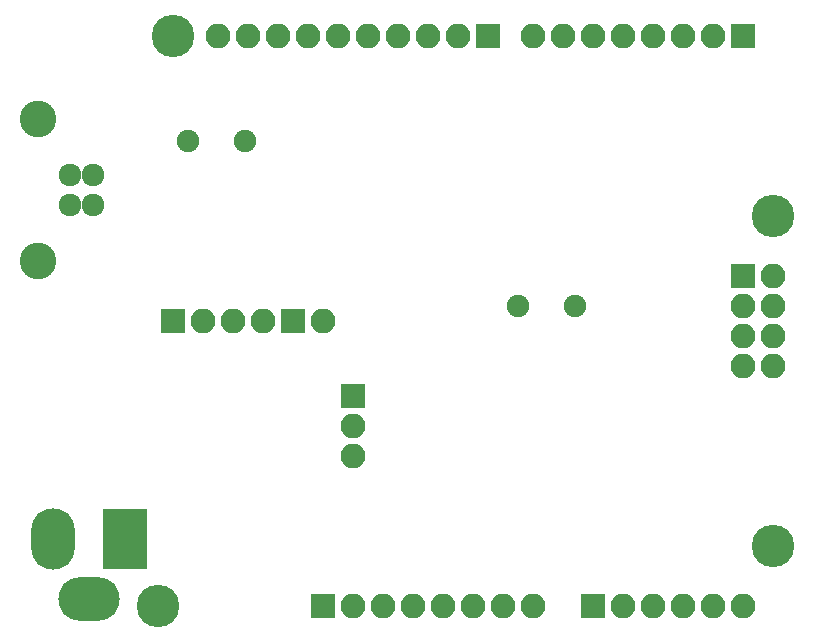
<source format=gbr>
G04 #@! TF.GenerationSoftware,KiCad,Pcbnew,5.1.5+dfsg1-2build2*
G04 #@! TF.CreationDate,2020-11-19T08:55:39-07:00*
G04 #@! TF.ProjectId,sduino_uno,73647569-6e6f-45f7-956e-6f2e6b696361,2017-11-15*
G04 #@! TF.SameCoordinates,Original*
G04 #@! TF.FileFunction,Soldermask,Bot*
G04 #@! TF.FilePolarity,Negative*
%FSLAX46Y46*%
G04 Gerber Fmt 4.6, Leading zero omitted, Abs format (unit mm)*
G04 Created by KiCad (PCBNEW 5.1.5+dfsg1-2build2) date 2020-11-19 08:55:39*
%MOMM*%
%LPD*%
G04 APERTURE LIST*
%ADD10O,3.700000X5.200000*%
%ADD11R,3.700000X5.200000*%
%ADD12O,5.200000X3.700000*%
%ADD13R,2.100000X2.100000*%
%ADD14O,2.100000X2.100000*%
%ADD15C,1.920000*%
%ADD16C,3.100000*%
%ADD17C,3.600000*%
%ADD18C,1.900000*%
G04 APERTURE END LIST*
D10*
X119380000Y-121285000D03*
D11*
X125480000Y-121285000D03*
D12*
X122430000Y-126365000D03*
D13*
X165100000Y-127000000D03*
D14*
X167640000Y-127000000D03*
X170180000Y-127000000D03*
X172720000Y-127000000D03*
X175260000Y-127000000D03*
X177800000Y-127000000D03*
D13*
X156210000Y-78740000D03*
D14*
X153670000Y-78740000D03*
X151130000Y-78740000D03*
X148590000Y-78740000D03*
X146050000Y-78740000D03*
X143510000Y-78740000D03*
X140970000Y-78740000D03*
X138430000Y-78740000D03*
X135890000Y-78740000D03*
X133350000Y-78740000D03*
D13*
X177800000Y-78740000D03*
D14*
X175260000Y-78740000D03*
X172720000Y-78740000D03*
X170180000Y-78740000D03*
X167640000Y-78740000D03*
X165100000Y-78740000D03*
X162560000Y-78740000D03*
X160020000Y-78740000D03*
D13*
X142240000Y-127000000D03*
D14*
X144780000Y-127000000D03*
X147320000Y-127000000D03*
X149860000Y-127000000D03*
X152400000Y-127000000D03*
X154940000Y-127000000D03*
X157480000Y-127000000D03*
X160020000Y-127000000D03*
D13*
X144780000Y-109220000D03*
D14*
X144780000Y-111760000D03*
X144780000Y-114300000D03*
D15*
X122810000Y-90455000D03*
X122810000Y-92995000D03*
X120810000Y-92995000D03*
X120810000Y-90455000D03*
D16*
X118110000Y-85725000D03*
X118110000Y-97725000D03*
D17*
X128270000Y-127000000D03*
X180340000Y-121920000D03*
X180340000Y-93980000D03*
X129540000Y-78740000D03*
D18*
X130810000Y-87630000D03*
X135690000Y-87630000D03*
X158750000Y-101600000D03*
X163630000Y-101600000D03*
D13*
X129540000Y-102870000D03*
D14*
X132080000Y-102870000D03*
X134620000Y-102870000D03*
X137160000Y-102870000D03*
D13*
X139700000Y-102870000D03*
D14*
X142240000Y-102870000D03*
D13*
X177800000Y-99060000D03*
D14*
X180340000Y-99060000D03*
X177800000Y-101600000D03*
X180340000Y-101600000D03*
X177800000Y-104140000D03*
X180340000Y-104140000D03*
X177800000Y-106680000D03*
X180340000Y-106680000D03*
M02*

</source>
